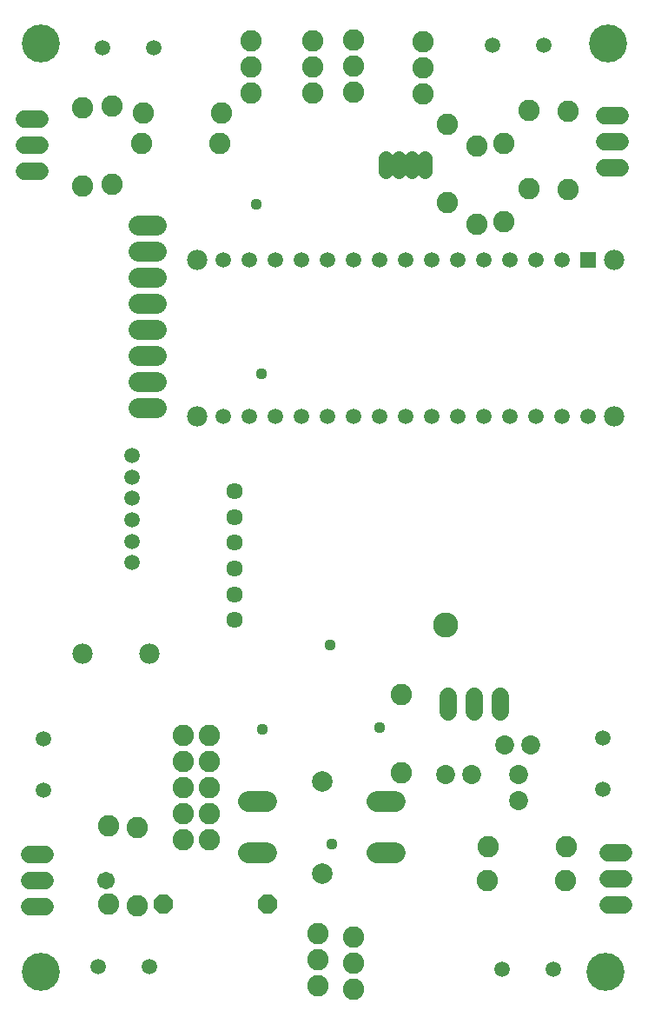
<source format=gbr>
G04 EAGLE Gerber RS-274X export*
G75*
%MOMM*%
%FSLAX34Y34*%
%LPD*%
%INSoldermask Bottom*%
%IPPOS*%
%AMOC8*
5,1,8,0,0,1.08239X$1,22.5*%
G01*
%ADD10C,3.703200*%
%ADD11C,1.981200*%
%ADD12R,1.511200X1.511200*%
%ADD13C,1.511200*%
%ADD14C,1.854200*%
%ADD15C,1.473200*%
%ADD16C,1.727200*%
%ADD17C,2.082800*%
%ADD18P,2.034460X8X202.500000*%
%ADD19C,1.993900*%
%ADD20C,2.006600*%
%ADD21C,1.511300*%
%ADD22C,1.611200*%
%ADD23C,1.981200*%
%ADD24C,2.453200*%
%ADD25C,1.109600*%
%ADD26C,1.703200*%


D10*
X40000Y944000D03*
X593000Y944000D03*
X40000Y40000D03*
X590000Y40000D03*
D11*
X598800Y733300D03*
D12*
X573400Y733300D03*
D13*
X548000Y733300D03*
X522600Y733300D03*
X497200Y733300D03*
X471800Y733300D03*
X446400Y733300D03*
X421000Y733300D03*
X395600Y733300D03*
X370200Y733300D03*
X344800Y733300D03*
X319400Y733300D03*
X294000Y733300D03*
X268600Y733300D03*
X243200Y733300D03*
X217800Y733300D03*
X217800Y580900D03*
X243200Y580900D03*
X268600Y580900D03*
X294000Y580900D03*
X319400Y580900D03*
X344800Y580900D03*
X370200Y580900D03*
X395600Y580900D03*
X421000Y580900D03*
X446400Y580900D03*
X471800Y580900D03*
X497200Y580900D03*
X522600Y580900D03*
X548000Y580900D03*
X573400Y580900D03*
D11*
X598800Y580900D03*
X192400Y580900D03*
X192400Y733300D03*
D14*
X506000Y232200D03*
X506000Y206800D03*
X518000Y261000D03*
X492600Y261000D03*
X434900Y232100D03*
X460300Y232100D03*
D15*
X389150Y819750D02*
X389150Y832450D01*
X376450Y832450D02*
X376450Y819750D01*
X401850Y819750D02*
X401850Y832450D01*
X414550Y832450D02*
X414550Y819750D01*
D16*
X437000Y307920D02*
X437000Y292680D01*
X462400Y292680D02*
X462400Y307920D01*
X487800Y307920D02*
X487800Y292680D01*
D17*
X178700Y270200D03*
X204100Y270200D03*
X178700Y244800D03*
X204100Y244800D03*
X178700Y219400D03*
X204100Y219400D03*
X178700Y194000D03*
X204100Y194000D03*
X178700Y168600D03*
X204100Y168600D03*
D11*
X145800Y349700D03*
X80800Y349700D03*
D17*
X344900Y896800D03*
X344900Y922200D03*
X344900Y947600D03*
X304900Y895400D03*
X304900Y920800D03*
X304900Y946200D03*
X345100Y74000D03*
X345100Y48600D03*
X345100Y23200D03*
X310100Y76900D03*
X310100Y51500D03*
X310100Y26100D03*
X244900Y896200D03*
X244900Y921600D03*
X244900Y947000D03*
X412400Y894800D03*
X412400Y920200D03*
X412400Y945600D03*
D16*
X589680Y822600D02*
X604920Y822600D01*
X604920Y848000D02*
X589680Y848000D01*
X589680Y873400D02*
X604920Y873400D01*
X608520Y155900D02*
X593280Y155900D01*
X593280Y130500D02*
X608520Y130500D01*
X608520Y105100D02*
X593280Y105100D01*
X39220Y870200D02*
X23980Y870200D01*
X23980Y844800D02*
X39220Y844800D01*
X39220Y819400D02*
X23980Y819400D01*
X28980Y154500D02*
X44220Y154500D01*
X44220Y129100D02*
X28980Y129100D01*
X28980Y103700D02*
X44220Y103700D01*
D17*
X464900Y768000D03*
X464900Y844200D03*
X516000Y802500D03*
X516000Y878700D03*
X106000Y105900D03*
X106000Y182100D03*
X134000Y180700D03*
X134000Y104500D03*
X140200Y876500D03*
X216400Y876500D03*
X138600Y846500D03*
X214800Y846500D03*
D18*
X260700Y105500D03*
X159100Y105500D03*
D17*
X391600Y234100D03*
X391600Y310300D03*
X475000Y128400D03*
X551200Y128400D03*
X491600Y770900D03*
X491600Y847100D03*
X436600Y789300D03*
X436600Y865500D03*
X552300Y161600D03*
X476100Y161600D03*
X80900Y881400D03*
X80900Y805200D03*
X109100Y807000D03*
X109100Y883200D03*
X554000Y878400D03*
X554000Y802200D03*
D19*
X260570Y155608D02*
X242663Y155608D01*
X367631Y155608D02*
X385538Y155608D01*
X260570Y205392D02*
X242663Y205392D01*
X367631Y205392D02*
X385538Y205392D01*
D20*
X314100Y135542D03*
X314100Y225458D03*
D21*
X588000Y217300D03*
X588000Y267300D03*
X100000Y940000D03*
X150000Y940000D03*
X96000Y44600D03*
X146000Y44600D03*
X530000Y942000D03*
X480000Y942000D03*
X42900Y216400D03*
X42900Y266400D03*
X490000Y42000D03*
X540000Y42000D03*
X128700Y542670D03*
X128700Y521840D03*
X128700Y501010D03*
X128700Y480180D03*
X128700Y459350D03*
X128700Y438520D03*
D22*
X228900Y382700D03*
X228900Y507700D03*
X228900Y407700D03*
X228900Y432700D03*
X228900Y457700D03*
X228900Y482700D03*
D23*
X152390Y665500D02*
X134610Y665500D01*
X134610Y690900D02*
X152390Y690900D01*
X152390Y640100D02*
X134610Y640100D01*
X134610Y614700D02*
X152390Y614700D01*
X152390Y589300D02*
X134610Y589300D01*
X134610Y716300D02*
X152390Y716300D01*
X152390Y741700D02*
X134610Y741700D01*
X134610Y767100D02*
X152390Y767100D01*
D24*
X435000Y377500D03*
D25*
X250000Y787500D03*
X324000Y164000D03*
X370000Y278000D03*
X255000Y622500D03*
D26*
X104000Y129000D03*
D25*
X322000Y358000D03*
X256000Y276000D03*
M02*

</source>
